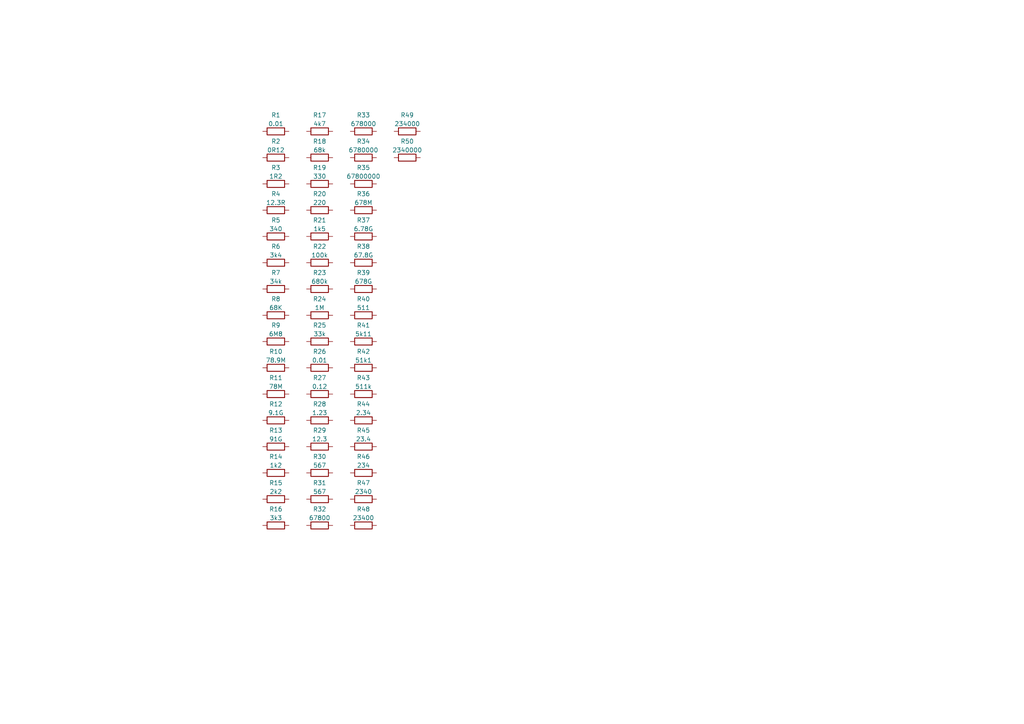
<source format=kicad_sch>
(kicad_sch (version 20211123) (generator eeschema)
  (paper "A4")
  (lib_symbols
    (symbol "Device:R" (pin_numbers hide) (pin_names (offset 0))
      (property "Reference" "R" (at 2.032 0 90))
      (property "Value" "R" (at 0 0 90))
      (symbol "R_0_1"
        (rectangle (start -1.016 -2.54) (end 1.016 2.54) (stroke (width 0.254)))
      )
      (symbol "R_1_1"
        (pin passive line (at 0 3.81 270) (length 1.27) (name "~") (number "1"))
        (pin passive line (at 0 -3.81 90) (length 1.27) (name "~") (number "2"))
      )
    )
  )
  (symbol (lib_id "Device:R") (at 80.01 144.78 90) (unit 1)
    (property "Reference" "R15" (at 80.01 140.0642 90))
    (property "Value" "2k2" (at 80.01 142.6011 90))
    (property "Footprint" "Resistor_THT:R_Axial_DIN0309_L9.0mm_D3.2mm_P2.54mm_Vertical" (effects hide))
    (property "tol" "10%" (effects hide))
  )
  (symbol (lib_id "Device:R") (at 105.41 99.06 90) (unit 1)
    (property "Reference" "R41" (at 105.41 94.3442 90))
    (property "Value" "5k11" (at 105.41 96.8811 90))
    (property "Footprint" "Resistor_THT:R_Axial_DIN0617_L17.0mm_D6.0mm_P30.48mm_Horizontal" (effects hide))
    (property "tolerance" "0.25%" (effects hide))
  )
  (symbol (lib_id "Device:R") (at 105.41 121.92 90) (unit 1)
    (property "Reference" "R44" (at 105.41 117.2042 90))
    (property "Value" "2.34" (at 105.41 119.7411 90))
    (property "Footprint" "Resistor_THT:R_Axial_DIN0918_L18.0mm_D9.0mm_P22.86mm_Horizontal" (effects hide))
    (property "tolerance" "0.1%" (effects hide))
  )
  (symbol (lib_id "Device:R") (at 92.71 99.06 90) (unit 1)
    (property "Reference" "R25" (at 92.71 94.3442 90))
    (property "Value" "33k" (at 92.71 96.8811 90))
    (property "Footprint" "Resistor_THT:R_Axial_DIN0414_L11.9mm_D4.5mm_P20.32mm_Horizontal" (effects hide))
    (property "tolerance" "2%" (effects hide))
  )
  (symbol (lib_id "Device:R") (at 105.41 144.78 90) (unit 1)
    (property "Reference" "R47" (at 105.41 140.0642 90))
    (property "Value" "2340" (at 105.41 142.6011 90))
    (property "Footprint" "Resistor_THT:R_Axial_DIN0918_L18.0mm_D9.0mm_P7.62mm_Vertical" (effects hide))
    (property "tolerance" "0.05%" (effects hide))
  )
  (symbol (lib_id "Device:R") (at 105.41 38.1 90) (unit 1)
    (property "Reference" "R33" (at 105.41 33.3842 90))
    (property "Value" "678000" (at 105.41 35.9211 90))
    (property "Footprint" "Resistor_THT:R_Axial_DIN0516_L15.5mm_D5.0mm_P7.62mm_Vertical" (effects hide))
    (property "tolerance" "1%" (effects hide))
  )
  (symbol (lib_id "Device:R") (at 92.71 91.44 90) (unit 1)
    (property "Reference" "R24" (at 92.71 86.7242 90))
    (property "Value" "1M" (at 92.71 89.2611 90))
    (property "Footprint" "Resistor_THT:R_Axial_DIN0414_L11.9mm_D4.5mm_P15.24mm_Horizontal" (effects hide))
    (property "tol" "5%" (effects hide))
  )
  (symbol (lib_id "Device:R") (at 92.71 53.34 90) (unit 1)
    (property "Reference" "R19" (at 92.71 48.6242 90))
    (property "Value" "330" (at 92.71 51.1611 90))
    (property "Footprint" "Resistor_THT:R_Axial_DIN0411_L9.9mm_D3.6mm_P15.24mm_Horizontal" (effects hide))
    (property "tol" "5%" (effects hide))
  )
  (symbol (lib_id "Device:R") (at 92.71 129.54 90) (unit 1)
    (property "Reference" "R29" (at 92.71 124.8242 90))
    (property "Value" "12.3" (at 92.71 127.3611 90))
    (property "Footprint" "Resistor_THT:R_Axial_DIN0516_L15.5mm_D5.0mm_P20.32mm_Horizontal" (effects hide))
    (property "tolerance" "2%" (effects hide))
  )
  (symbol (lib_id "Device:R") (at 92.71 144.78 90) (unit 1)
    (property "Reference" "R31" (at 92.71 140.0642 90))
    (property "Value" "567" (at 92.71 142.6011 90))
    (property "Footprint" "Resistor_THT:R_Axial_DIN0516_L15.5mm_D5.0mm_P30.48mm_Horizontal" (effects hide))
    (property "tolerance" "1%" (effects hide))
  )
  (symbol (lib_id "Device:R") (at 92.71 137.16 90) (unit 1)
    (property "Reference" "R30" (at 92.71 132.4442 90))
    (property "Value" "567" (at 92.71 134.9811 90))
    (property "Footprint" "Resistor_THT:R_Axial_DIN0516_L15.5mm_D5.0mm_P25.40mm_Horizontal" (effects hide))
    (property "tolerance" "2%" (effects hide))
  )
  (symbol (lib_id "Device:R") (at 105.41 137.16 90) (unit 1)
    (property "Reference" "R46" (at 105.41 132.4442 90))
    (property "Value" "234" (at 105.41 134.9811 90))
    (property "Footprint" "Resistor_THT:R_Axial_DIN0918_L18.0mm_D9.0mm_P30.48mm_Horizontal" (effects hide))
    (property "tolerance" "0.05%" (effects hide))
  )
  (symbol (lib_id "Device:R") (at 105.41 106.68 90) (unit 1)
    (property "Reference" "R42" (at 105.41 101.9642 90))
    (property "Value" "51k1" (at 105.41 104.5011 90))
    (property "Footprint" "Resistor_THT:R_Axial_DIN0617_L17.0mm_D6.0mm_P5.08mm_Vertical" (effects hide))
    (property "tolerance" "0.1%" (effects hide))
  )
  (symbol (lib_id "Device:R") (at 92.71 45.72 90) (unit 1)
    (property "Reference" "R18" (at 92.71 41.0042 90))
    (property "Value" "68k" (at 92.71 43.5411 90))
    (property "Footprint" "Resistor_THT:R_Axial_DIN0411_L9.9mm_D3.6mm_P12.70mm_Horizontal" (effects hide))
    (property "tol" "5%" (effects hide))
  )
  (symbol (lib_id "Device:R") (at 80.01 129.54 90) (unit 1)
    (property "Reference" "R13" (at 80.01 124.8242 90))
    (property "Value" "91G" (at 80.01 127.3611 90))
    (property "Footprint" "Resistor_THT:R_Axial_DIN0309_L9.0mm_D3.2mm_P20.32mm_Horizontal" (effects hide))
    (property "tol" "10%" (effects hide))
  )
  (symbol (lib_id "Device:R") (at 80.01 68.58 90) (unit 1)
    (property "Reference" "R5" (at 80.01 63.8642 90))
    (property "Value" "340" (at 80.01 66.4011 90))
    (property "Footprint" "Resistor_THT:R_Axial_DIN0204_L3.6mm_D1.6mm_P7.62mm_Horizontal" (effects hide))
  )
  (symbol (lib_id "Device:R") (at 92.71 76.2 90) (unit 1)
    (property "Reference" "R22" (at 92.71 71.4842 90))
    (property "Value" "100k" (at 92.71 74.0211 90))
    (property "Footprint" "Resistor_THT:R_Axial_DIN0411_L9.9mm_D3.6mm_P5.08mm_Vertical" (effects hide))
    (property "tol" "5%" (effects hide))
  )
  (symbol (lib_id "Device:R") (at 80.01 53.34 90) (unit 1)
    (property "Reference" "R3" (at 80.01 48.6242 90))
    (property "Value" "1R2" (at 80.01 51.1611 90))
    (property "Footprint" "Resistor_THT:R_Axial_DIN0204_L3.6mm_D1.6mm_P5.08mm_Horizontal" (effects hide))
  )
  (symbol (lib_id "Device:R") (at 80.01 114.3 90) (unit 1)
    (property "Reference" "R11" (at 80.01 109.5842 90))
    (property "Value" "78M" (at 80.01 112.1211 90))
    (property "Footprint" "Resistor_THT:R_Axial_DIN0309_L9.0mm_D3.2mm_P12.70mm_Horizontal" (effects hide))
    (property "tol" "10%" (effects hide))
  )
  (symbol (lib_id "Device:R") (at 105.41 91.44 90) (unit 1)
    (property "Reference" "R40" (at 105.41 86.7242 90))
    (property "Value" "511" (at 105.41 89.2611 90))
    (property "Footprint" "Resistor_THT:R_Axial_DIN0617_L17.0mm_D6.0mm_P25.40mm_Horizontal" (effects hide))
    (property "tolerance" "0.25%" (effects hide))
  )
  (symbol (lib_id "Device:R") (at 80.01 38.1 90) (unit 1)
    (property "Reference" "R1" (at 80.01 33.3842 90))
    (property "Value" "0.01" (at 80.01 35.9211 90))
    (property "Footprint" "Resistor_THT:R_Axial_DIN0204_L3.6mm_D1.6mm_P1.90mm_Vertical" (effects hide))
  )
  (symbol (lib_id "Device:R") (at 92.71 38.1 90) (unit 1)
    (property "Reference" "R17" (at 92.71 33.3842 90))
    (property "Value" "4k7" (at 92.71 35.9211 90))
    (property "Footprint" "Resistor_THT:R_Axial_DIN0309_L9.0mm_D3.2mm_P5.08mm_Vertical" (effects hide))
    (property "tol" "5%" (effects hide))
  )
  (symbol (lib_id "Device:R") (at 105.41 45.72 90) (unit 1)
    (property "Reference" "R34" (at 105.41 41.0042 90))
    (property "Value" "6780000" (at 105.41 43.5411 90))
    (property "Footprint" "Resistor_THT:R_Axial_DIN0614_L14.3mm_D5.7mm_P15.24mm_Horizontal" (effects hide))
    (property "tolerance" "0.01%" (effects hide))
  )
  (symbol (lib_id "Device:R") (at 80.01 45.72 90) (unit 1)
    (property "Reference" "R2" (at 80.01 41.0042 90))
    (property "Value" "0R12" (at 80.01 43.5411 90))
    (property "Footprint" "Resistor_THT:R_Axial_DIN0204_L3.6mm_D1.6mm_P2.54mm_Vertical" (effects hide))
  )
  (symbol (lib_id "Device:R") (at 105.41 76.2 90) (unit 1)
    (property "Reference" "R38" (at 105.41 71.4842 90))
    (property "Value" "67.8G" (at 105.41 74.0211 90))
    (property "Footprint" "Resistor_THT:R_Axial_DIN0614_L14.3mm_D5.7mm_P7.62mm_Vertical" (effects hide))
    (property "tolerance" "0.5%" (effects hide))
  )
  (symbol (lib_id "Device:R") (at 92.71 83.82 90) (unit 1)
    (property "Reference" "R23" (at 92.71 79.1042 90))
    (property "Value" "680k" (at 92.71 81.6411 90))
    (property "Footprint" "Resistor_THT:R_Axial_DIN0411_L9.9mm_D3.6mm_P7.62mm_Vertical" (effects hide))
    (property "tol" "5%" (effects hide))
  )
  (symbol (lib_id "Device:R") (at 105.41 53.34 90) (unit 1)
    (property "Reference" "R35" (at 105.41 48.6242 90))
    (property "Value" "67800000" (at 105.41 51.1611 90))
    (property "Footprint" "Resistor_THT:R_Axial_DIN0614_L14.3mm_D5.7mm_P20.32mm_Horizontal" (effects hide))
    (property "tolerance" "0.01%" (effects hide))
  )
  (symbol (lib_id "Device:R") (at 105.41 60.96 90) (unit 1)
    (property "Reference" "R36" (at 105.41 56.2442 90))
    (property "Value" "678M" (at 105.41 58.7811 90))
    (property "Footprint" "Resistor_THT:R_Axial_DIN0614_L14.3mm_D5.7mm_P25.40mm_Horizontal" (effects hide))
    (property "tolerance" "0.5%" (effects hide))
  )
  (symbol (lib_id "Device:R") (at 105.41 152.4 90) (unit 1)
    (property "Reference" "R48" (at 105.41 147.6842 90))
    (property "Value" "23400" (at 105.41 150.2211 90))
    (property "Footprint" "Resistor_THT:R_Axial_DIN0922_L20.0mm_D9.0mm_P25.40mm_Horizontal" (effects hide))
    (property "tolerance" "0.02%" (effects hide))
  )
  (symbol (lib_id "Device:R") (at 92.71 121.92 90) (unit 1)
    (property "Reference" "R28" (at 92.71 117.2042 90))
    (property "Value" "1.23" (at 92.71 119.7411 90))
    (property "Footprint" "Resistor_THT:R_Axial_DIN0414_L11.9mm_D4.5mm_P7.62mm_Vertical" (effects hide))
    (property "tolerance" "2%" (effects hide))
  )
  (symbol (lib_id "Device:R") (at 105.41 68.58 90) (unit 1)
    (property "Reference" "R37" (at 105.41 63.8642 90))
    (property "Value" "6.78G" (at 105.41 66.4011 90))
    (property "Footprint" "Resistor_THT:R_Axial_DIN0614_L14.3mm_D5.7mm_P5.08mm_Vertical" (effects hide))
    (property "tolerance" "0.5%" (effects hide))
  )
  (symbol (lib_id "Device:R") (at 92.71 114.3 90) (unit 1)
    (property "Reference" "R27" (at 92.71 109.5842 90))
    (property "Value" "0.12" (at 92.71 112.1211 90))
    (property "Footprint" "Resistor_THT:R_Axial_DIN0414_L11.9mm_D4.5mm_P5.08mm_Vertical" (effects hide))
    (property "tolerance" "2%" (effects hide))
  )
  (symbol (lib_id "Device:R") (at 92.71 60.96 90) (unit 1)
    (property "Reference" "R20" (at 92.71 56.2442 90))
    (property "Value" "220" (at 92.71 58.7811 90))
    (property "Footprint" "Resistor_THT:R_Axial_DIN0411_L9.9mm_D3.6mm_P20.32mm_Horizontal" (effects hide))
    (property "tol" "5%" (effects hide))
  )
  (symbol (lib_id "Device:R") (at 92.71 152.4 90) (unit 1)
    (property "Reference" "R32" (at 92.71 147.6842 90))
    (property "Value" "67800" (at 92.71 150.2211 90))
    (property "Footprint" "Resistor_THT:R_Axial_DIN0516_L15.5mm_D5.0mm_P5.08mm_Vertical" (effects hide))
    (property "tolerance" "1%" (effects hide))
  )
  (symbol (lib_id "Device:R") (at 80.01 121.92 90) (unit 1)
    (property "Reference" "R12" (at 80.01 117.2042 90))
    (property "Value" "9.1G" (at 80.01 119.7411 90))
    (property "Footprint" "Resistor_THT:R_Axial_DIN0309_L9.0mm_D3.2mm_P15.24mm_Horizontal" (effects hide))
    (property "tol" "10%" (effects hide))
  )
  (symbol (lib_id "Device:R") (at 80.01 91.44 90) (unit 1)
    (property "Reference" "R8" (at 80.01 86.7242 90))
    (property "Value" "68K" (at 80.01 89.2611 90))
    (property "Footprint" "Resistor_THT:R_Axial_DIN0207_L6.3mm_D2.5mm_P2.54mm_Vertical" (effects hide))
  )
  (symbol (lib_id "Device:R") (at 92.71 106.68 90) (unit 1)
    (property "Reference" "R26" (at 92.71 101.9642 90))
    (property "Value" "0.01" (at 92.71 104.5011 90))
    (property "Footprint" "Resistor_THT:R_Axial_DIN0414_L11.9mm_D4.5mm_P25.40mm_Horizontal" (effects hide))
  )
  (symbol (lib_id "Device:R") (at 105.41 114.3 90) (unit 1)
    (property "Reference" "R43" (at 105.41 109.5842 90))
    (property "Value" "511k" (at 105.41 112.1211 90))
    (property "Footprint" "Resistor_THT:R_Axial_DIN0617_L17.0mm_D6.0mm_P7.62mm_Vertical" (effects hide))
    (property "tolerance" "0.1%" (effects hide))
  )
  (symbol (lib_id "Device:R") (at 80.01 83.82 90) (unit 1)
    (property "Reference" "R7" (at 80.01 79.1042 90))
    (property "Value" "34k" (at 80.01 81.6411 90))
    (property "Footprint" "Resistor_THT:R_Axial_DIN0207_L6.3mm_D2.5mm_P15.24mm_Horizontal" (effects hide))
  )
  (symbol (lib_id "Device:R") (at 118.11 38.1 90) (unit 1)
    (property "Reference" "R49" (at 118.11 33.3842 90))
    (property "Value" "234000" (at 118.11 35.9211 90))
    (property "Footprint" "Resistor_THT:R_Axial_DIN0922_L20.0mm_D9.0mm_P30.48mm_Horizontal" (effects hide))
    (property "tolerance" "0.02%" (effects hide))
  )
  (symbol (lib_id "Device:R") (at 80.01 60.96 90) (unit 1)
    (property "Reference" "R4" (at 80.01 56.2442 90))
    (property "Value" "12.3R" (at 80.01 58.7811 90))
    (property "Footprint" "Resistor_THT:R_Axial_DIN0204_L3.6mm_D1.6mm_P5.08mm_Vertical" (effects hide))
  )
  (symbol (lib_id "Device:R") (at 105.41 129.54 90) (unit 1)
    (property "Reference" "R45" (at 105.41 124.8242 90))
    (property "Value" "23.4" (at 105.41 127.3611 90))
    (property "Footprint" "Resistor_THT:R_Axial_DIN0918_L18.0mm_D9.0mm_P25.40mm_Horizontal" (effects hide))
    (property "tolerance" "0.05%" (effects hide))
  )
  (symbol (lib_id "Device:R") (at 80.01 152.4 90) (unit 1)
    (property "Reference" "R16" (at 80.01 147.6842 90))
    (property "Value" "3k3" (at 80.01 150.2211 90))
    (property "Footprint" "Resistor_THT:R_Axial_DIN0309_L9.0mm_D3.2mm_P5.08mm_Horizontal" (effects hide))
    (property "tol" "10%" (effects hide))
  )
  (symbol (lib_id "Device:R") (at 80.01 106.68 90) (unit 1)
    (property "Reference" "R10" (at 80.01 101.9642 90))
    (property "Value" "78.9M" (at 80.01 104.5011 90))
    (property "Footprint" "Resistor_THT:R_Axial_DIN0207_L6.3mm_D2.5mm_P7.62mm_Horizontal" (effects hide))
    (property "tol" "10%" (effects hide))
  )
  (symbol (lib_id "Device:R") (at 80.01 99.06 90) (unit 1)
    (property "Reference" "R9" (at 80.01 94.3442 90))
    (property "Value" "6M8" (at 80.01 96.8811 90))
    (property "Footprint" "Resistor_THT:R_Axial_DIN0207_L6.3mm_D2.5mm_P5.08mm_Vertical" (effects hide))
    (property "tol" "10%" (effects hide))
  )
  (symbol (lib_id "Device:R") (at 80.01 137.16 90) (unit 1)
    (property "Reference" "R14" (at 80.01 132.4442 90))
    (property "Value" "1k2" (at 80.01 134.9811 90))
    (property "Footprint" "Resistor_THT:R_Axial_DIN0309_L9.0mm_D3.2mm_P25.40mm_Horizontal" (effects hide))
    (property "tol" "10%" (effects hide))
  )
  (symbol (lib_id "Device:R") (at 118.11 45.72 90) (unit 1)
    (property "Reference" "R50" (at 118.11 41.0042 90))
    (property "Value" "2340000" (at 118.11 43.5411 90))
    (property "Footprint" "Resistor_THT:R_Axial_DIN0922_L20.0mm_D9.0mm_P7.62mm_Vertical" (effects hide))
    (property "tolerance" "0.02%" (effects hide))
  )
  (symbol (lib_id "Device:R") (at 105.41 83.82 90) (unit 1)
    (property "Reference" "R39" (at 105.41 79.1042 90))
    (property "Value" "678G" (at 105.41 81.6411 90))
    (property "Footprint" "Resistor_THT:R_Axial_DIN0617_L17.0mm_D6.0mm_P20.32mm_Horizontal" (effects hide))
    (property "tolerance" "0.25%" (effects hide))
  )
  (symbol (lib_id "Device:R") (at 92.71 68.58 90) (unit 1)
    (property "Reference" "R21" (at 92.71 63.8642 90))
    (property "Value" "1k5" (at 92.71 66.4011 90))
    (property "Footprint" "Resistor_THT:R_Axial_DIN0411_L9.9mm_D3.6mm_P25.40mm_Horizontal" (effects hide))
    (property "tol" "5%" (effects hide))
  )
  (symbol (lib_id "Device:R") (at 80.01 76.2 90) (unit 1)
    (property "Reference" "R6" (at 80.01 71.4842 90))
    (property "Value" "3k4" (at 80.01 74.0211 90))
    (property "Footprint" "Resistor_THT:R_Axial_DIN0207_L6.3mm_D2.5mm_P10.16mm_Horizontal" (effects hide))
  )
)
</source>
